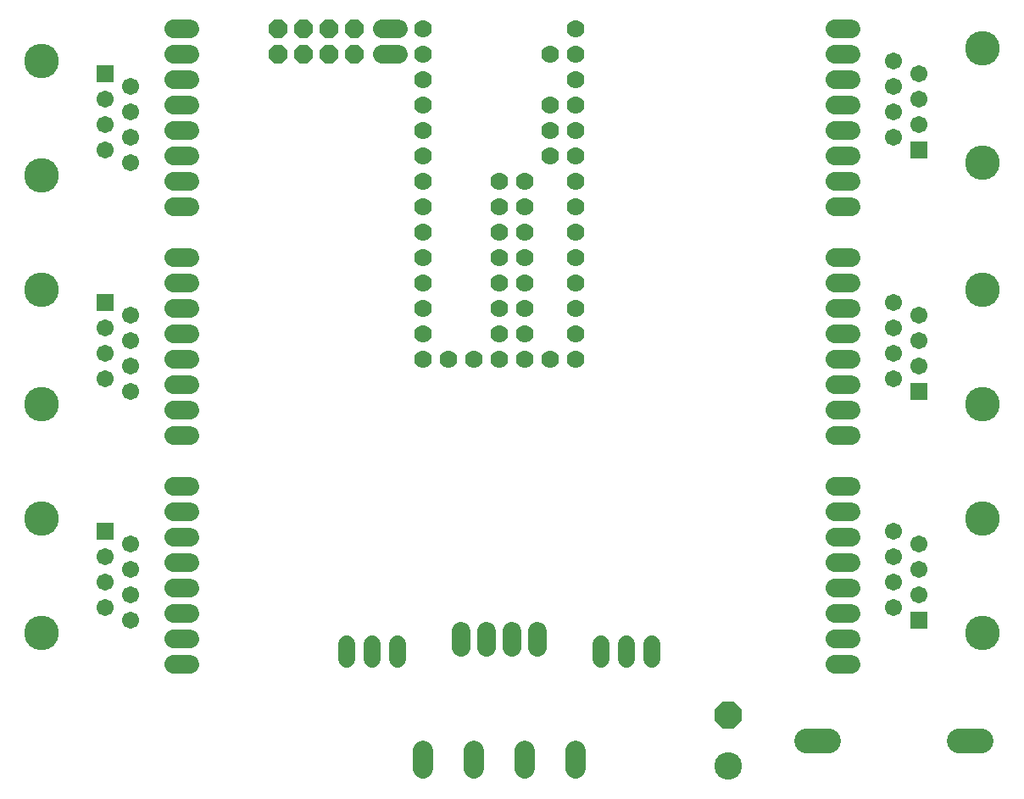
<source format=gbs>
G75*
%MOIN*%
%OFA0B0*%
%FSLAX24Y24*%
%IPPOS*%
%LPD*%
%AMOC8*
5,1,8,0,0,1.08239X$1,22.5*
%
%ADD10C,0.1080*%
%ADD11OC8,0.1080*%
%ADD12C,0.0965*%
%ADD13C,0.0680*%
%ADD14C,0.0720*%
%ADD15OC8,0.0720*%
%ADD16C,0.0700*%
%ADD17C,0.0674*%
%ADD18R,0.0674X0.0674*%
%ADD19C,0.1360*%
%ADD20C,0.0790*%
D10*
X030204Y002500D03*
D11*
X030204Y004500D03*
D12*
X033261Y003500D02*
X034146Y003500D01*
X039261Y003500D02*
X040146Y003500D01*
D13*
X027204Y006700D02*
X027204Y007300D01*
X026204Y007300D02*
X026204Y006700D01*
X025204Y006700D02*
X025204Y007300D01*
X017204Y007300D02*
X017204Y006700D01*
X016204Y006700D02*
X016204Y007300D01*
X015204Y007300D02*
X015204Y006700D01*
D14*
X009024Y006500D02*
X008384Y006500D01*
X008384Y007500D02*
X009024Y007500D01*
X009024Y008500D02*
X008384Y008500D01*
X008384Y009500D02*
X009024Y009500D01*
X009024Y010500D02*
X008384Y010500D01*
X008384Y011500D02*
X009024Y011500D01*
X009024Y012500D02*
X008384Y012500D01*
X008384Y013500D02*
X009024Y013500D01*
X009024Y015500D02*
X008384Y015500D01*
X008384Y016500D02*
X009024Y016500D01*
X009024Y017500D02*
X008384Y017500D01*
X008384Y018500D02*
X009024Y018500D01*
X009024Y019500D02*
X008384Y019500D01*
X008384Y020500D02*
X009024Y020500D01*
X009024Y021500D02*
X008384Y021500D01*
X008384Y022500D02*
X009024Y022500D01*
X009024Y024500D02*
X008384Y024500D01*
X008384Y025500D02*
X009024Y025500D01*
X009024Y026500D02*
X008384Y026500D01*
X008384Y027500D02*
X009024Y027500D01*
X009024Y028500D02*
X008384Y028500D01*
X008384Y029500D02*
X009024Y029500D01*
X009024Y030500D02*
X008384Y030500D01*
X008384Y031500D02*
X009024Y031500D01*
X016584Y031500D02*
X017224Y031500D01*
X017224Y030500D02*
X016584Y030500D01*
X034384Y030500D02*
X035024Y030500D01*
X035024Y031500D02*
X034384Y031500D01*
X034384Y029500D02*
X035024Y029500D01*
X035024Y028500D02*
X034384Y028500D01*
X034384Y027500D02*
X035024Y027500D01*
X035024Y026500D02*
X034384Y026500D01*
X034384Y025500D02*
X035024Y025500D01*
X035024Y024500D02*
X034384Y024500D01*
X034384Y022500D02*
X035024Y022500D01*
X035024Y021500D02*
X034384Y021500D01*
X034384Y020500D02*
X035024Y020500D01*
X035024Y019500D02*
X034384Y019500D01*
X034384Y018500D02*
X035024Y018500D01*
X035024Y017500D02*
X034384Y017500D01*
X034384Y016500D02*
X035024Y016500D01*
X035024Y015500D02*
X034384Y015500D01*
X034384Y013500D02*
X035024Y013500D01*
X035024Y012500D02*
X034384Y012500D01*
X034384Y011500D02*
X035024Y011500D01*
X035024Y010500D02*
X034384Y010500D01*
X034384Y009500D02*
X035024Y009500D01*
X035024Y008500D02*
X034384Y008500D01*
X034384Y007500D02*
X035024Y007500D01*
X035024Y006500D02*
X034384Y006500D01*
X022704Y007180D02*
X022704Y007820D01*
X021704Y007820D02*
X021704Y007180D01*
X020704Y007180D02*
X020704Y007820D01*
X019704Y007820D02*
X019704Y007180D01*
D15*
X015504Y030500D03*
X014504Y030500D03*
X013504Y030500D03*
X013504Y031500D03*
X014504Y031500D03*
X015504Y031500D03*
X012504Y031500D03*
X012504Y030500D03*
D16*
X018204Y030500D03*
X018204Y031500D03*
X018204Y029500D03*
X018204Y028500D03*
X018204Y027500D03*
X018204Y026500D03*
X018204Y025500D03*
X018204Y024500D03*
X018204Y023500D03*
X018204Y022500D03*
X018204Y021500D03*
X018204Y020500D03*
X018204Y019500D03*
X018204Y018500D03*
X019204Y018500D03*
X020204Y018500D03*
X021204Y018500D03*
X022204Y018500D03*
X023204Y018500D03*
X024204Y018500D03*
X024204Y019500D03*
X024204Y020500D03*
X024204Y021500D03*
X024204Y022500D03*
X024204Y023500D03*
X024204Y024500D03*
X024204Y025500D03*
X024204Y026500D03*
X023204Y026500D03*
X023204Y027500D03*
X024204Y027500D03*
X024204Y028500D03*
X023204Y028500D03*
X024204Y029500D03*
X024204Y030500D03*
X023204Y030500D03*
X024204Y031500D03*
X022204Y025500D03*
X022204Y024500D03*
X022204Y023500D03*
X022204Y022500D03*
X022204Y021500D03*
X022204Y020500D03*
X022204Y019500D03*
X021204Y019500D03*
X021204Y020500D03*
X021204Y021500D03*
X021204Y022500D03*
X021204Y023500D03*
X021204Y024500D03*
X021204Y025500D03*
D17*
X006704Y026250D03*
X005704Y026750D03*
X006704Y027250D03*
X005704Y027750D03*
X006704Y028250D03*
X005704Y028750D03*
X006704Y029250D03*
X006704Y020250D03*
X005704Y019750D03*
X006704Y019250D03*
X005704Y018750D03*
X006704Y018250D03*
X005704Y017750D03*
X006704Y017250D03*
X006704Y011250D03*
X005704Y010750D03*
X006704Y010250D03*
X005704Y009750D03*
X006704Y009250D03*
X005704Y008750D03*
X006704Y008250D03*
X036704Y008750D03*
X037704Y009250D03*
X036704Y009750D03*
X037704Y010250D03*
X036704Y010750D03*
X037704Y011250D03*
X036704Y011750D03*
X036704Y017750D03*
X037704Y018250D03*
X036704Y018750D03*
X037704Y019250D03*
X036704Y019750D03*
X037704Y020250D03*
X036704Y020750D03*
X036704Y027250D03*
X037704Y027750D03*
X036704Y028250D03*
X037704Y028750D03*
X036704Y029250D03*
X037704Y029750D03*
X036704Y030250D03*
D18*
X037704Y026750D03*
X037704Y017250D03*
X037704Y008250D03*
X005704Y011750D03*
X005704Y020750D03*
X005704Y029750D03*
D19*
X003204Y030250D03*
X003204Y025750D03*
X003204Y021250D03*
X003204Y016750D03*
X003204Y012250D03*
X003204Y007750D03*
X040204Y007750D03*
X040204Y012250D03*
X040204Y016750D03*
X040204Y021250D03*
X040204Y026250D03*
X040204Y030750D03*
D20*
X024204Y003105D02*
X024204Y002395D01*
X022204Y002395D02*
X022204Y003105D01*
X020204Y003105D02*
X020204Y002395D01*
X018204Y002395D02*
X018204Y003105D01*
M02*

</source>
